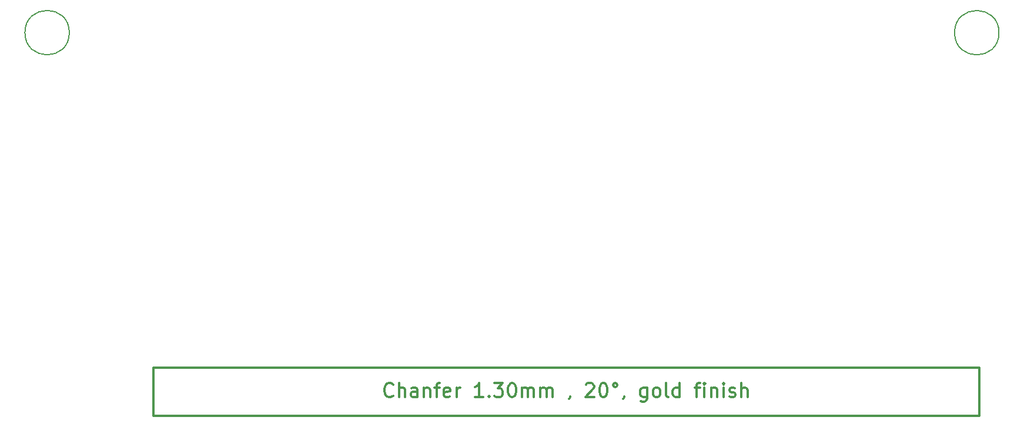
<source format=gbr>
G04 #@! TF.GenerationSoftware,KiCad,Pcbnew,(5.1.5)-3*
G04 #@! TF.CreationDate,2021-10-23T00:21:41+02:00*
G04 #@! TF.ProjectId,riser leopard 2OU Oculink,72697365-7220-46c6-956f-706172642032,rev?*
G04 #@! TF.SameCoordinates,PX4d4b990PY36d6160*
G04 #@! TF.FileFunction,Other,Comment*
%FSLAX46Y46*%
G04 Gerber Fmt 4.6, Leading zero omitted, Abs format (unit mm)*
G04 Created by KiCad (PCBNEW (5.1.5)-3) date 2021-10-23 00:21:41*
%MOMM*%
%LPD*%
G04 APERTURE LIST*
%ADD10C,0.300000*%
%ADD11C,0.150000*%
G04 APERTURE END LIST*
D10*
X49822619Y-52339285D02*
X49727380Y-52434523D01*
X49441666Y-52529761D01*
X49251190Y-52529761D01*
X48965476Y-52434523D01*
X48775000Y-52244047D01*
X48679761Y-52053571D01*
X48584523Y-51672619D01*
X48584523Y-51386904D01*
X48679761Y-51005952D01*
X48775000Y-50815476D01*
X48965476Y-50625000D01*
X49251190Y-50529761D01*
X49441666Y-50529761D01*
X49727380Y-50625000D01*
X49822619Y-50720238D01*
X50679761Y-52529761D02*
X50679761Y-50529761D01*
X51536904Y-52529761D02*
X51536904Y-51482142D01*
X51441666Y-51291666D01*
X51251190Y-51196428D01*
X50965476Y-51196428D01*
X50775000Y-51291666D01*
X50679761Y-51386904D01*
X53346428Y-52529761D02*
X53346428Y-51482142D01*
X53251190Y-51291666D01*
X53060714Y-51196428D01*
X52679761Y-51196428D01*
X52489285Y-51291666D01*
X53346428Y-52434523D02*
X53155952Y-52529761D01*
X52679761Y-52529761D01*
X52489285Y-52434523D01*
X52394047Y-52244047D01*
X52394047Y-52053571D01*
X52489285Y-51863095D01*
X52679761Y-51767857D01*
X53155952Y-51767857D01*
X53346428Y-51672619D01*
X54298809Y-51196428D02*
X54298809Y-52529761D01*
X54298809Y-51386904D02*
X54394047Y-51291666D01*
X54584523Y-51196428D01*
X54870238Y-51196428D01*
X55060714Y-51291666D01*
X55155952Y-51482142D01*
X55155952Y-52529761D01*
X55822619Y-51196428D02*
X56584523Y-51196428D01*
X56108333Y-52529761D02*
X56108333Y-50815476D01*
X56203571Y-50625000D01*
X56394047Y-50529761D01*
X56584523Y-50529761D01*
X58013095Y-52434523D02*
X57822619Y-52529761D01*
X57441666Y-52529761D01*
X57251190Y-52434523D01*
X57155952Y-52244047D01*
X57155952Y-51482142D01*
X57251190Y-51291666D01*
X57441666Y-51196428D01*
X57822619Y-51196428D01*
X58013095Y-51291666D01*
X58108333Y-51482142D01*
X58108333Y-51672619D01*
X57155952Y-51863095D01*
X58965476Y-52529761D02*
X58965476Y-51196428D01*
X58965476Y-51577380D02*
X59060714Y-51386904D01*
X59155952Y-51291666D01*
X59346428Y-51196428D01*
X59536904Y-51196428D01*
X62775000Y-52529761D02*
X61632142Y-52529761D01*
X62203571Y-52529761D02*
X62203571Y-50529761D01*
X62013095Y-50815476D01*
X61822619Y-51005952D01*
X61632142Y-51101190D01*
X63632142Y-52339285D02*
X63727380Y-52434523D01*
X63632142Y-52529761D01*
X63536904Y-52434523D01*
X63632142Y-52339285D01*
X63632142Y-52529761D01*
X64394047Y-50529761D02*
X65632142Y-50529761D01*
X64965476Y-51291666D01*
X65251190Y-51291666D01*
X65441666Y-51386904D01*
X65536904Y-51482142D01*
X65632142Y-51672619D01*
X65632142Y-52148809D01*
X65536904Y-52339285D01*
X65441666Y-52434523D01*
X65251190Y-52529761D01*
X64679761Y-52529761D01*
X64489285Y-52434523D01*
X64394047Y-52339285D01*
X66870238Y-50529761D02*
X67060714Y-50529761D01*
X67251190Y-50625000D01*
X67346428Y-50720238D01*
X67441666Y-50910714D01*
X67536904Y-51291666D01*
X67536904Y-51767857D01*
X67441666Y-52148809D01*
X67346428Y-52339285D01*
X67251190Y-52434523D01*
X67060714Y-52529761D01*
X66870238Y-52529761D01*
X66679761Y-52434523D01*
X66584523Y-52339285D01*
X66489285Y-52148809D01*
X66394047Y-51767857D01*
X66394047Y-51291666D01*
X66489285Y-50910714D01*
X66584523Y-50720238D01*
X66679761Y-50625000D01*
X66870238Y-50529761D01*
X68394047Y-52529761D02*
X68394047Y-51196428D01*
X68394047Y-51386904D02*
X68489285Y-51291666D01*
X68679761Y-51196428D01*
X68965476Y-51196428D01*
X69155952Y-51291666D01*
X69251190Y-51482142D01*
X69251190Y-52529761D01*
X69251190Y-51482142D02*
X69346428Y-51291666D01*
X69536904Y-51196428D01*
X69822619Y-51196428D01*
X70013095Y-51291666D01*
X70108333Y-51482142D01*
X70108333Y-52529761D01*
X71060714Y-52529761D02*
X71060714Y-51196428D01*
X71060714Y-51386904D02*
X71155952Y-51291666D01*
X71346428Y-51196428D01*
X71632142Y-51196428D01*
X71822619Y-51291666D01*
X71917857Y-51482142D01*
X71917857Y-52529761D01*
X71917857Y-51482142D02*
X72013095Y-51291666D01*
X72203571Y-51196428D01*
X72489285Y-51196428D01*
X72679761Y-51291666D01*
X72775000Y-51482142D01*
X72775000Y-52529761D01*
X75346428Y-52434523D02*
X75346428Y-52529761D01*
X75251190Y-52720238D01*
X75155952Y-52815476D01*
X77632142Y-50720238D02*
X77727380Y-50625000D01*
X77917857Y-50529761D01*
X78394047Y-50529761D01*
X78584523Y-50625000D01*
X78679761Y-50720238D01*
X78775000Y-50910714D01*
X78775000Y-51101190D01*
X78679761Y-51386904D01*
X77536904Y-52529761D01*
X78775000Y-52529761D01*
X80013095Y-50529761D02*
X80203571Y-50529761D01*
X80394047Y-50625000D01*
X80489285Y-50720238D01*
X80584523Y-50910714D01*
X80679761Y-51291666D01*
X80679761Y-51767857D01*
X80584523Y-52148809D01*
X80489285Y-52339285D01*
X80394047Y-52434523D01*
X80203571Y-52529761D01*
X80013095Y-52529761D01*
X79822619Y-52434523D01*
X79727380Y-52339285D01*
X79632142Y-52148809D01*
X79536904Y-51767857D01*
X79536904Y-51291666D01*
X79632142Y-50910714D01*
X79727380Y-50720238D01*
X79822619Y-50625000D01*
X80013095Y-50529761D01*
X81822619Y-50529761D02*
X81632142Y-50625000D01*
X81536904Y-50815476D01*
X81632142Y-51005952D01*
X81822619Y-51101190D01*
X82013095Y-51005952D01*
X82108333Y-50815476D01*
X82013095Y-50625000D01*
X81822619Y-50529761D01*
X83155952Y-52434523D02*
X83155952Y-52529761D01*
X83060714Y-52720238D01*
X82965476Y-52815476D01*
X86394047Y-51196428D02*
X86394047Y-52815476D01*
X86298809Y-53005952D01*
X86203571Y-53101190D01*
X86013095Y-53196428D01*
X85727380Y-53196428D01*
X85536904Y-53101190D01*
X86394047Y-52434523D02*
X86203571Y-52529761D01*
X85822619Y-52529761D01*
X85632142Y-52434523D01*
X85536904Y-52339285D01*
X85441666Y-52148809D01*
X85441666Y-51577380D01*
X85536904Y-51386904D01*
X85632142Y-51291666D01*
X85822619Y-51196428D01*
X86203571Y-51196428D01*
X86394047Y-51291666D01*
X87632142Y-52529761D02*
X87441666Y-52434523D01*
X87346428Y-52339285D01*
X87251190Y-52148809D01*
X87251190Y-51577380D01*
X87346428Y-51386904D01*
X87441666Y-51291666D01*
X87632142Y-51196428D01*
X87917857Y-51196428D01*
X88108333Y-51291666D01*
X88203571Y-51386904D01*
X88298809Y-51577380D01*
X88298809Y-52148809D01*
X88203571Y-52339285D01*
X88108333Y-52434523D01*
X87917857Y-52529761D01*
X87632142Y-52529761D01*
X89441666Y-52529761D02*
X89251190Y-52434523D01*
X89155952Y-52244047D01*
X89155952Y-50529761D01*
X91060714Y-52529761D02*
X91060714Y-50529761D01*
X91060714Y-52434523D02*
X90870238Y-52529761D01*
X90489285Y-52529761D01*
X90298809Y-52434523D01*
X90203571Y-52339285D01*
X90108333Y-52148809D01*
X90108333Y-51577380D01*
X90203571Y-51386904D01*
X90298809Y-51291666D01*
X90489285Y-51196428D01*
X90870238Y-51196428D01*
X91060714Y-51291666D01*
X93251190Y-51196428D02*
X94013095Y-51196428D01*
X93536904Y-52529761D02*
X93536904Y-50815476D01*
X93632142Y-50625000D01*
X93822619Y-50529761D01*
X94013095Y-50529761D01*
X94679761Y-52529761D02*
X94679761Y-51196428D01*
X94679761Y-50529761D02*
X94584523Y-50625000D01*
X94679761Y-50720238D01*
X94775000Y-50625000D01*
X94679761Y-50529761D01*
X94679761Y-50720238D01*
X95632142Y-51196428D02*
X95632142Y-52529761D01*
X95632142Y-51386904D02*
X95727380Y-51291666D01*
X95917857Y-51196428D01*
X96203571Y-51196428D01*
X96394047Y-51291666D01*
X96489285Y-51482142D01*
X96489285Y-52529761D01*
X97441666Y-52529761D02*
X97441666Y-51196428D01*
X97441666Y-50529761D02*
X97346428Y-50625000D01*
X97441666Y-50720238D01*
X97536904Y-50625000D01*
X97441666Y-50529761D01*
X97441666Y-50720238D01*
X98298809Y-52434523D02*
X98489285Y-52529761D01*
X98870238Y-52529761D01*
X99060714Y-52434523D01*
X99155952Y-52244047D01*
X99155952Y-52148809D01*
X99060714Y-51958333D01*
X98870238Y-51863095D01*
X98584523Y-51863095D01*
X98394047Y-51767857D01*
X98298809Y-51577380D01*
X98298809Y-51482142D01*
X98394047Y-51291666D01*
X98584523Y-51196428D01*
X98870238Y-51196428D01*
X99060714Y-51291666D01*
X100013095Y-52529761D02*
X100013095Y-50529761D01*
X100870238Y-52529761D02*
X100870238Y-51482142D01*
X100775000Y-51291666D01*
X100584523Y-51196428D01*
X100298809Y-51196428D01*
X100108333Y-51291666D01*
X100013095Y-51386904D01*
X15275000Y-55235000D02*
X15275000Y-48335000D01*
X134275000Y-55235000D02*
X15275000Y-55235000D01*
X134275000Y-48335000D02*
X134275000Y-55235000D01*
X15275000Y-48335000D02*
X134275000Y-48335000D01*
D11*
X3200000Y0D02*
G75*
G03X3200000Y0I-3200000J0D01*
G01*
X137100000Y-10000D02*
G75*
G03X137100000Y-10000I-3200000J0D01*
G01*
M02*

</source>
